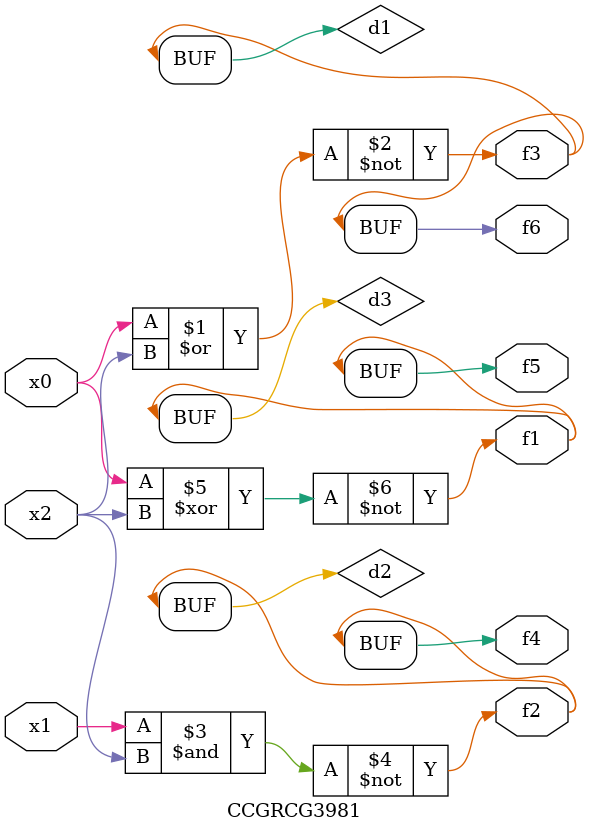
<source format=v>
module CCGRCG3981(
	input x0, x1, x2,
	output f1, f2, f3, f4, f5, f6
);

	wire d1, d2, d3;

	nor (d1, x0, x2);
	nand (d2, x1, x2);
	xnor (d3, x0, x2);
	assign f1 = d3;
	assign f2 = d2;
	assign f3 = d1;
	assign f4 = d2;
	assign f5 = d3;
	assign f6 = d1;
endmodule

</source>
